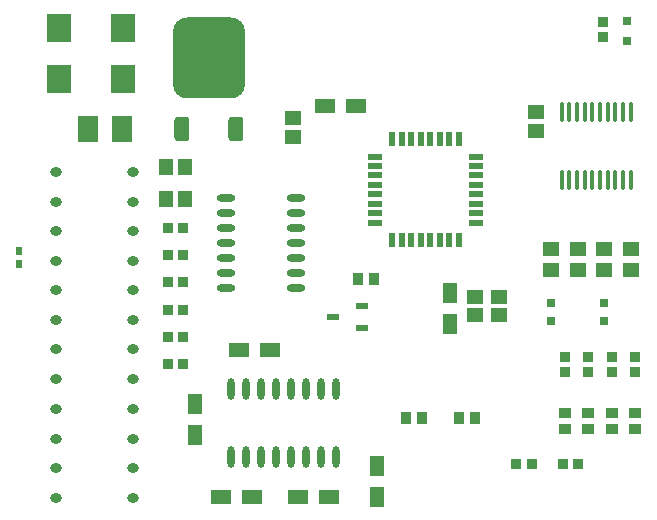
<source format=gtp>
G04*
G04 #@! TF.GenerationSoftware,Altium Limited,Altium Designer,21.0.8 (223)*
G04*
G04 Layer_Color=8421504*
%FSLAX24Y24*%
%MOIN*%
G70*
G04*
G04 #@! TF.SameCoordinates,FDC07EFC-1B29-4822-A7E3-1CBBEB92D143*
G04*
G04*
G04 #@! TF.FilePolarity,Positive*
G04*
G01*
G75*
%ADD25R,0.0709X0.0878*%
%ADD26R,0.0551X0.0512*%
%ADD27R,0.0354X0.0394*%
%ADD28R,0.0846X0.0965*%
G04:AMPARAMS|DCode=29|XSize=50mil|YSize=80mil|CornerRadius=10mil|HoleSize=0mil|Usage=FLASHONLY|Rotation=0.000|XOffset=0mil|YOffset=0mil|HoleType=Round|Shape=RoundedRectangle|*
%AMROUNDEDRECTD29*
21,1,0.0500,0.0600,0,0,0.0*
21,1,0.0300,0.0800,0,0,0.0*
1,1,0.0200,0.0150,-0.0300*
1,1,0.0200,-0.0150,-0.0300*
1,1,0.0200,-0.0150,0.0300*
1,1,0.0200,0.0150,0.0300*
%
%ADD29ROUNDEDRECTD29*%
G04:AMPARAMS|DCode=30|XSize=240mil|YSize=270mil|CornerRadius=48mil|HoleSize=0mil|Usage=FLASHONLY|Rotation=0.000|XOffset=0mil|YOffset=0mil|HoleType=Round|Shape=RoundedRectangle|*
%AMROUNDEDRECTD30*
21,1,0.2400,0.1740,0,0,0.0*
21,1,0.1440,0.2700,0,0,0.0*
1,1,0.0960,0.0720,-0.0870*
1,1,0.0960,-0.0720,-0.0870*
1,1,0.0960,-0.0720,0.0870*
1,1,0.0960,0.0720,0.0870*
%
%ADD30ROUNDEDRECTD30*%
%ADD31R,0.0315X0.0315*%
%ADD32R,0.0197X0.0472*%
%ADD33R,0.0472X0.0197*%
G04:AMPARAMS|DCode=34|XSize=63mil|YSize=23.6mil|CornerRadius=11.8mil|HoleSize=0mil|Usage=FLASHONLY|Rotation=0.000|XOffset=0mil|YOffset=0mil|HoleType=Round|Shape=RoundedRectangle|*
%AMROUNDEDRECTD34*
21,1,0.0630,0.0000,0,0,0.0*
21,1,0.0394,0.0236,0,0,0.0*
1,1,0.0236,0.0197,0.0000*
1,1,0.0236,-0.0197,0.0000*
1,1,0.0236,-0.0197,0.0000*
1,1,0.0236,0.0197,0.0000*
%
%ADD34ROUNDEDRECTD34*%
%ADD35O,0.0236X0.0728*%
%ADD36R,0.0400X0.0220*%
%ADD37R,0.0531X0.0453*%
%ADD38R,0.0709X0.0484*%
%ADD39R,0.0315X0.0315*%
%ADD40O,0.0138X0.0669*%
%ADD41O,0.0394X0.0315*%
%ADD42R,0.0335X0.0374*%
%ADD43R,0.0236X0.0295*%
%ADD44R,0.0374X0.0335*%
%ADD45R,0.0484X0.0709*%
%ADD46R,0.0394X0.0354*%
%ADD47R,0.0512X0.0551*%
D25*
X8094Y13543D02*
D03*
X6945D02*
D03*
D26*
X21900Y13484D02*
D03*
Y14114D02*
D03*
X13780Y13268D02*
D03*
Y13898D02*
D03*
X19843Y7953D02*
D03*
Y7323D02*
D03*
X20669D02*
D03*
Y7953D02*
D03*
D27*
X15974Y8524D02*
D03*
X16506D02*
D03*
X17549Y3917D02*
D03*
X18081D02*
D03*
X19852D02*
D03*
X19321D02*
D03*
D28*
X5984Y16909D02*
D03*
Y15217D02*
D03*
X8110D02*
D03*
Y16909D02*
D03*
D29*
X10090Y13543D02*
D03*
X11890D02*
D03*
D30*
X10990Y15893D02*
D03*
D31*
X24921Y16486D02*
D03*
Y17136D02*
D03*
D32*
X17106Y9843D02*
D03*
X17421D02*
D03*
X17736D02*
D03*
X18051D02*
D03*
X18366D02*
D03*
X18681D02*
D03*
X18996D02*
D03*
X19311D02*
D03*
Y13189D02*
D03*
X18996D02*
D03*
X18681D02*
D03*
X18366D02*
D03*
X18051D02*
D03*
X17736D02*
D03*
X17421D02*
D03*
X17106D02*
D03*
D33*
X19882Y10413D02*
D03*
Y10728D02*
D03*
Y11043D02*
D03*
Y11358D02*
D03*
Y11673D02*
D03*
Y11988D02*
D03*
Y12303D02*
D03*
Y12618D02*
D03*
X16535D02*
D03*
Y12303D02*
D03*
Y11988D02*
D03*
Y11673D02*
D03*
Y11358D02*
D03*
Y11043D02*
D03*
Y10728D02*
D03*
Y10413D02*
D03*
D34*
X13878Y11232D02*
D03*
Y10732D02*
D03*
Y10232D02*
D03*
Y9732D02*
D03*
Y9232D02*
D03*
Y8732D02*
D03*
Y8232D02*
D03*
X11555D02*
D03*
Y8732D02*
D03*
Y9232D02*
D03*
Y9732D02*
D03*
Y10232D02*
D03*
Y10732D02*
D03*
Y11232D02*
D03*
D35*
X15233Y4872D02*
D03*
X14733D02*
D03*
X14233D02*
D03*
X13733D02*
D03*
X13233D02*
D03*
X12733D02*
D03*
X12233D02*
D03*
X11733D02*
D03*
X15233Y2589D02*
D03*
X14733D02*
D03*
X14233D02*
D03*
X13733D02*
D03*
X13233D02*
D03*
X12733D02*
D03*
X12233D02*
D03*
X11733D02*
D03*
D36*
X15120Y7264D02*
D03*
X16100Y7634D02*
D03*
Y6894D02*
D03*
D37*
X23278Y9537D02*
D03*
Y8848D02*
D03*
X25049Y9537D02*
D03*
Y8848D02*
D03*
X24163D02*
D03*
Y9537D02*
D03*
X22392Y8848D02*
D03*
Y9537D02*
D03*
D38*
X15906Y14295D02*
D03*
X14874D02*
D03*
X11984Y6181D02*
D03*
X13016D02*
D03*
X14984Y1280D02*
D03*
X13953D02*
D03*
X12425D02*
D03*
X11394D02*
D03*
D39*
X22402Y7146D02*
D03*
Y7736D02*
D03*
X24173Y7146D02*
D03*
Y7736D02*
D03*
D40*
X22746Y11850D02*
D03*
X23002D02*
D03*
X23258D02*
D03*
X23514D02*
D03*
X23770D02*
D03*
X24026D02*
D03*
X24281D02*
D03*
X24537D02*
D03*
X24793D02*
D03*
X25049D02*
D03*
X22746Y14094D02*
D03*
X23002D02*
D03*
X23258D02*
D03*
X23514D02*
D03*
X23770D02*
D03*
X24026D02*
D03*
X24281D02*
D03*
X24537D02*
D03*
X24793D02*
D03*
X25049D02*
D03*
D41*
X8465Y9126D02*
D03*
Y10126D02*
D03*
X5906Y9126D02*
D03*
Y10126D02*
D03*
X8465Y3220D02*
D03*
Y4220D02*
D03*
X5906Y3220D02*
D03*
Y4220D02*
D03*
X8465Y1252D02*
D03*
Y2252D02*
D03*
X5906Y1252D02*
D03*
Y2252D02*
D03*
X8465Y11094D02*
D03*
Y12094D02*
D03*
X5906Y11094D02*
D03*
Y12094D02*
D03*
X5906Y8157D02*
D03*
Y7157D02*
D03*
X8465Y8157D02*
D03*
Y7157D02*
D03*
X8465Y5189D02*
D03*
Y6189D02*
D03*
X5906Y5189D02*
D03*
Y6189D02*
D03*
D42*
X10138Y8425D02*
D03*
X9626D02*
D03*
X10138Y10236D02*
D03*
X9626D02*
D03*
X10138Y5709D02*
D03*
X9626D02*
D03*
X22776Y2362D02*
D03*
X23287D02*
D03*
X9626Y6614D02*
D03*
X10138D02*
D03*
X21240Y2362D02*
D03*
X21752D02*
D03*
X9626Y9331D02*
D03*
X10138D02*
D03*
Y7520D02*
D03*
X9626D02*
D03*
D43*
X4665Y9478D02*
D03*
Y9026D02*
D03*
D44*
X24134Y17106D02*
D03*
Y16594D02*
D03*
X23632Y5935D02*
D03*
Y5423D02*
D03*
X24419D02*
D03*
Y5935D02*
D03*
X25207D02*
D03*
Y5423D02*
D03*
X22844D02*
D03*
Y5935D02*
D03*
D45*
X16594Y2303D02*
D03*
Y1272D02*
D03*
X10512Y4374D02*
D03*
Y3343D02*
D03*
X19016Y7043D02*
D03*
Y8075D02*
D03*
D46*
X22844Y3533D02*
D03*
Y4065D02*
D03*
X25207Y3533D02*
D03*
Y4065D02*
D03*
X23632Y3533D02*
D03*
Y4065D02*
D03*
X24419Y3533D02*
D03*
Y4065D02*
D03*
D47*
X10197Y12283D02*
D03*
X9567D02*
D03*
X10197Y11220D02*
D03*
X9567D02*
D03*
M02*

</source>
